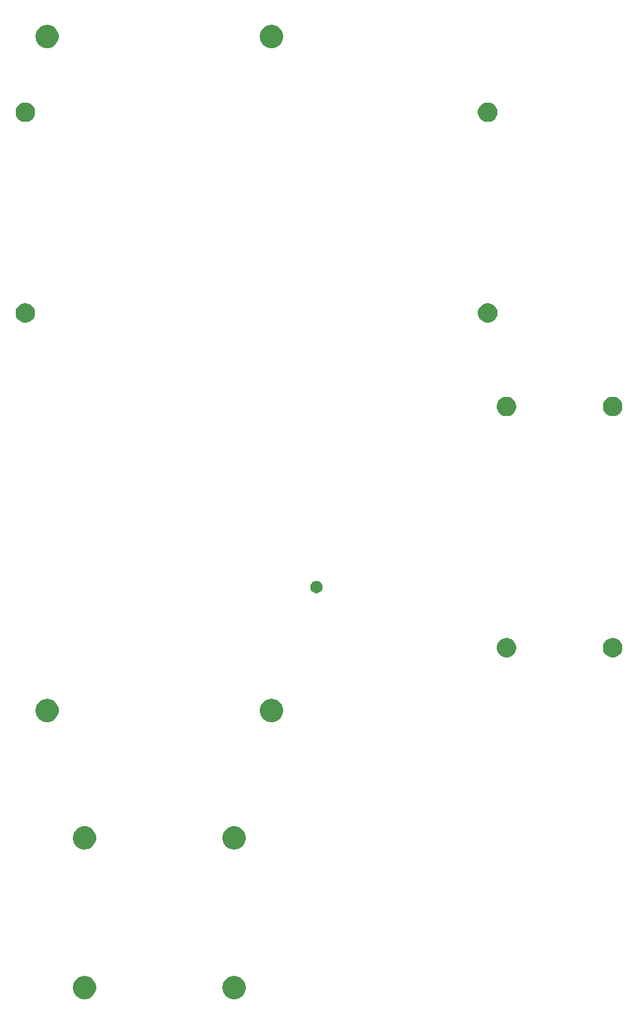
<source format=gbr>
G04 #@! TF.GenerationSoftware,KiCad,Pcbnew,(5.1.2)-1*
G04 #@! TF.CreationDate,2019-04-30T22:11:56-07:00*
G04 #@! TF.ProjectId,backplane,6261636b-706c-4616-9e65-2e6b69636164,rev?*
G04 #@! TF.SameCoordinates,Original*
G04 #@! TF.FileFunction,Soldermask,Bot*
G04 #@! TF.FilePolarity,Negative*
%FSLAX46Y46*%
G04 Gerber Fmt 4.6, Leading zero omitted, Abs format (unit mm)*
G04 Created by KiCad (PCBNEW (5.1.2)-1) date 2019-04-30 22:11:56*
%MOMM*%
%LPD*%
G04 APERTURE LIST*
%ADD10C,0.100000*%
G04 APERTURE END LIST*
D10*
G36*
X108162585Y-168958802D02*
G01*
X108312410Y-168988604D01*
X108594674Y-169105521D01*
X108848705Y-169275259D01*
X109064741Y-169491295D01*
X109234479Y-169745326D01*
X109351396Y-170027590D01*
X109411000Y-170327240D01*
X109411000Y-170632760D01*
X109351396Y-170932410D01*
X109234479Y-171214674D01*
X109064741Y-171468705D01*
X108848705Y-171684741D01*
X108594674Y-171854479D01*
X108312410Y-171971396D01*
X108162585Y-172001198D01*
X108012761Y-172031000D01*
X107707239Y-172031000D01*
X107557415Y-172001198D01*
X107407590Y-171971396D01*
X107125326Y-171854479D01*
X106871295Y-171684741D01*
X106655259Y-171468705D01*
X106485521Y-171214674D01*
X106368604Y-170932410D01*
X106309000Y-170632760D01*
X106309000Y-170327240D01*
X106368604Y-170027590D01*
X106485521Y-169745326D01*
X106655259Y-169491295D01*
X106871295Y-169275259D01*
X107125326Y-169105521D01*
X107407590Y-168988604D01*
X107557415Y-168958802D01*
X107707239Y-168929000D01*
X108012761Y-168929000D01*
X108162585Y-168958802D01*
X108162585Y-168958802D01*
G37*
G36*
X88162585Y-168958802D02*
G01*
X88312410Y-168988604D01*
X88594674Y-169105521D01*
X88848705Y-169275259D01*
X89064741Y-169491295D01*
X89234479Y-169745326D01*
X89351396Y-170027590D01*
X89411000Y-170327240D01*
X89411000Y-170632760D01*
X89351396Y-170932410D01*
X89234479Y-171214674D01*
X89064741Y-171468705D01*
X88848705Y-171684741D01*
X88594674Y-171854479D01*
X88312410Y-171971396D01*
X88162585Y-172001198D01*
X88012761Y-172031000D01*
X87707239Y-172031000D01*
X87557415Y-172001198D01*
X87407590Y-171971396D01*
X87125326Y-171854479D01*
X86871295Y-171684741D01*
X86655259Y-171468705D01*
X86485521Y-171214674D01*
X86368604Y-170932410D01*
X86309000Y-170632760D01*
X86309000Y-170327240D01*
X86368604Y-170027590D01*
X86485521Y-169745326D01*
X86655259Y-169491295D01*
X86871295Y-169275259D01*
X87125326Y-169105521D01*
X87407590Y-168988604D01*
X87557415Y-168958802D01*
X87707239Y-168929000D01*
X88012761Y-168929000D01*
X88162585Y-168958802D01*
X88162585Y-168958802D01*
G37*
G36*
X88162585Y-148958802D02*
G01*
X88312410Y-148988604D01*
X88594674Y-149105521D01*
X88848705Y-149275259D01*
X89064741Y-149491295D01*
X89234479Y-149745326D01*
X89351396Y-150027590D01*
X89411000Y-150327240D01*
X89411000Y-150632760D01*
X89351396Y-150932410D01*
X89234479Y-151214674D01*
X89064741Y-151468705D01*
X88848705Y-151684741D01*
X88594674Y-151854479D01*
X88312410Y-151971396D01*
X88162585Y-152001198D01*
X88012761Y-152031000D01*
X87707239Y-152031000D01*
X87557415Y-152001198D01*
X87407590Y-151971396D01*
X87125326Y-151854479D01*
X86871295Y-151684741D01*
X86655259Y-151468705D01*
X86485521Y-151214674D01*
X86368604Y-150932410D01*
X86309000Y-150632760D01*
X86309000Y-150327240D01*
X86368604Y-150027590D01*
X86485521Y-149745326D01*
X86655259Y-149491295D01*
X86871295Y-149275259D01*
X87125326Y-149105521D01*
X87407590Y-148988604D01*
X87557415Y-148958802D01*
X87707239Y-148929000D01*
X88012761Y-148929000D01*
X88162585Y-148958802D01*
X88162585Y-148958802D01*
G37*
G36*
X108162585Y-148958802D02*
G01*
X108312410Y-148988604D01*
X108594674Y-149105521D01*
X108848705Y-149275259D01*
X109064741Y-149491295D01*
X109234479Y-149745326D01*
X109351396Y-150027590D01*
X109411000Y-150327240D01*
X109411000Y-150632760D01*
X109351396Y-150932410D01*
X109234479Y-151214674D01*
X109064741Y-151468705D01*
X108848705Y-151684741D01*
X108594674Y-151854479D01*
X108312410Y-151971396D01*
X108162585Y-152001198D01*
X108012761Y-152031000D01*
X107707239Y-152031000D01*
X107557415Y-152001198D01*
X107407590Y-151971396D01*
X107125326Y-151854479D01*
X106871295Y-151684741D01*
X106655259Y-151468705D01*
X106485521Y-151214674D01*
X106368604Y-150932410D01*
X106309000Y-150632760D01*
X106309000Y-150327240D01*
X106368604Y-150027590D01*
X106485521Y-149745326D01*
X106655259Y-149491295D01*
X106871295Y-149275259D01*
X107125326Y-149105521D01*
X107407590Y-148988604D01*
X107557415Y-148958802D01*
X107707239Y-148929000D01*
X108012761Y-148929000D01*
X108162585Y-148958802D01*
X108162585Y-148958802D01*
G37*
G36*
X113162585Y-131958802D02*
G01*
X113312410Y-131988604D01*
X113594674Y-132105521D01*
X113848705Y-132275259D01*
X114064741Y-132491295D01*
X114234479Y-132745326D01*
X114351396Y-133027590D01*
X114411000Y-133327240D01*
X114411000Y-133632760D01*
X114351396Y-133932410D01*
X114234479Y-134214674D01*
X114064741Y-134468705D01*
X113848705Y-134684741D01*
X113594674Y-134854479D01*
X113312410Y-134971396D01*
X113162585Y-135001198D01*
X113012761Y-135031000D01*
X112707239Y-135031000D01*
X112557415Y-135001198D01*
X112407590Y-134971396D01*
X112125326Y-134854479D01*
X111871295Y-134684741D01*
X111655259Y-134468705D01*
X111485521Y-134214674D01*
X111368604Y-133932410D01*
X111309000Y-133632760D01*
X111309000Y-133327240D01*
X111368604Y-133027590D01*
X111485521Y-132745326D01*
X111655259Y-132491295D01*
X111871295Y-132275259D01*
X112125326Y-132105521D01*
X112407590Y-131988604D01*
X112557415Y-131958802D01*
X112707239Y-131929000D01*
X113012761Y-131929000D01*
X113162585Y-131958802D01*
X113162585Y-131958802D01*
G37*
G36*
X83162585Y-131958802D02*
G01*
X83312410Y-131988604D01*
X83594674Y-132105521D01*
X83848705Y-132275259D01*
X84064741Y-132491295D01*
X84234479Y-132745326D01*
X84351396Y-133027590D01*
X84411000Y-133327240D01*
X84411000Y-133632760D01*
X84351396Y-133932410D01*
X84234479Y-134214674D01*
X84064741Y-134468705D01*
X83848705Y-134684741D01*
X83594674Y-134854479D01*
X83312410Y-134971396D01*
X83162585Y-135001198D01*
X83012761Y-135031000D01*
X82707239Y-135031000D01*
X82557415Y-135001198D01*
X82407590Y-134971396D01*
X82125326Y-134854479D01*
X81871295Y-134684741D01*
X81655259Y-134468705D01*
X81485521Y-134214674D01*
X81368604Y-133932410D01*
X81309000Y-133632760D01*
X81309000Y-133327240D01*
X81368604Y-133027590D01*
X81485521Y-132745326D01*
X81655259Y-132491295D01*
X81871295Y-132275259D01*
X82125326Y-132105521D01*
X82407590Y-131988604D01*
X82557415Y-131958802D01*
X82707239Y-131929000D01*
X83012761Y-131929000D01*
X83162585Y-131958802D01*
X83162585Y-131958802D01*
G37*
G36*
X158839487Y-123828996D02*
G01*
X159076253Y-123927068D01*
X159076255Y-123927069D01*
X159289339Y-124069447D01*
X159470553Y-124250661D01*
X159612932Y-124463747D01*
X159711004Y-124700513D01*
X159761000Y-124951861D01*
X159761000Y-125208139D01*
X159711004Y-125459487D01*
X159612932Y-125696253D01*
X159612931Y-125696255D01*
X159470553Y-125909339D01*
X159289339Y-126090553D01*
X159076255Y-126232931D01*
X159076254Y-126232932D01*
X159076253Y-126232932D01*
X158839487Y-126331004D01*
X158588139Y-126381000D01*
X158331861Y-126381000D01*
X158080513Y-126331004D01*
X157843747Y-126232932D01*
X157843746Y-126232932D01*
X157843745Y-126232931D01*
X157630661Y-126090553D01*
X157449447Y-125909339D01*
X157307069Y-125696255D01*
X157307068Y-125696253D01*
X157208996Y-125459487D01*
X157159000Y-125208139D01*
X157159000Y-124951861D01*
X157208996Y-124700513D01*
X157307068Y-124463747D01*
X157449447Y-124250661D01*
X157630661Y-124069447D01*
X157843745Y-123927069D01*
X157843747Y-123927068D01*
X158080513Y-123828996D01*
X158331861Y-123779000D01*
X158588139Y-123779000D01*
X158839487Y-123828996D01*
X158839487Y-123828996D01*
G37*
G36*
X144639487Y-123828996D02*
G01*
X144876253Y-123927068D01*
X144876255Y-123927069D01*
X145089339Y-124069447D01*
X145270553Y-124250661D01*
X145412932Y-124463747D01*
X145511004Y-124700513D01*
X145561000Y-124951861D01*
X145561000Y-125208139D01*
X145511004Y-125459487D01*
X145412932Y-125696253D01*
X145412931Y-125696255D01*
X145270553Y-125909339D01*
X145089339Y-126090553D01*
X144876255Y-126232931D01*
X144876254Y-126232932D01*
X144876253Y-126232932D01*
X144639487Y-126331004D01*
X144388139Y-126381000D01*
X144131861Y-126381000D01*
X143880513Y-126331004D01*
X143643747Y-126232932D01*
X143643746Y-126232932D01*
X143643745Y-126232931D01*
X143430661Y-126090553D01*
X143249447Y-125909339D01*
X143107069Y-125696255D01*
X143107068Y-125696253D01*
X143008996Y-125459487D01*
X142959000Y-125208139D01*
X142959000Y-124951861D01*
X143008996Y-124700513D01*
X143107068Y-124463747D01*
X143249447Y-124250661D01*
X143430661Y-124069447D01*
X143643745Y-123927069D01*
X143643747Y-123927068D01*
X143880513Y-123828996D01*
X144131861Y-123779000D01*
X144388139Y-123779000D01*
X144639487Y-123828996D01*
X144639487Y-123828996D01*
G37*
G36*
X119097142Y-116215552D02*
G01*
X119245101Y-116276839D01*
X119378255Y-116365809D01*
X119491501Y-116479055D01*
X119580471Y-116612209D01*
X119641758Y-116760168D01*
X119673000Y-116917235D01*
X119673000Y-117077385D01*
X119641758Y-117234452D01*
X119580471Y-117382411D01*
X119491501Y-117515565D01*
X119378255Y-117628811D01*
X119245101Y-117717781D01*
X119097142Y-117779068D01*
X118940075Y-117810310D01*
X118779925Y-117810310D01*
X118622858Y-117779068D01*
X118474899Y-117717781D01*
X118341745Y-117628811D01*
X118228499Y-117515565D01*
X118139529Y-117382411D01*
X118078242Y-117234452D01*
X118047000Y-117077385D01*
X118047000Y-116917235D01*
X118078242Y-116760168D01*
X118139529Y-116612209D01*
X118228499Y-116479055D01*
X118341745Y-116365809D01*
X118474899Y-116276839D01*
X118622858Y-116215552D01*
X118779925Y-116184310D01*
X118940075Y-116184310D01*
X119097142Y-116215552D01*
X119097142Y-116215552D01*
G37*
G36*
X158839487Y-91628996D02*
G01*
X159076253Y-91727068D01*
X159076255Y-91727069D01*
X159289339Y-91869447D01*
X159470553Y-92050661D01*
X159612932Y-92263747D01*
X159711004Y-92500513D01*
X159761000Y-92751861D01*
X159761000Y-93008139D01*
X159711004Y-93259487D01*
X159612932Y-93496253D01*
X159612931Y-93496255D01*
X159470553Y-93709339D01*
X159289339Y-93890553D01*
X159076255Y-94032931D01*
X159076254Y-94032932D01*
X159076253Y-94032932D01*
X158839487Y-94131004D01*
X158588139Y-94181000D01*
X158331861Y-94181000D01*
X158080513Y-94131004D01*
X157843747Y-94032932D01*
X157843746Y-94032932D01*
X157843745Y-94032931D01*
X157630661Y-93890553D01*
X157449447Y-93709339D01*
X157307069Y-93496255D01*
X157307068Y-93496253D01*
X157208996Y-93259487D01*
X157159000Y-93008139D01*
X157159000Y-92751861D01*
X157208996Y-92500513D01*
X157307068Y-92263747D01*
X157449447Y-92050661D01*
X157630661Y-91869447D01*
X157843745Y-91727069D01*
X157843747Y-91727068D01*
X158080513Y-91628996D01*
X158331861Y-91579000D01*
X158588139Y-91579000D01*
X158839487Y-91628996D01*
X158839487Y-91628996D01*
G37*
G36*
X144639487Y-91628996D02*
G01*
X144876253Y-91727068D01*
X144876255Y-91727069D01*
X145089339Y-91869447D01*
X145270553Y-92050661D01*
X145412932Y-92263747D01*
X145511004Y-92500513D01*
X145561000Y-92751861D01*
X145561000Y-93008139D01*
X145511004Y-93259487D01*
X145412932Y-93496253D01*
X145412931Y-93496255D01*
X145270553Y-93709339D01*
X145089339Y-93890553D01*
X144876255Y-94032931D01*
X144876254Y-94032932D01*
X144876253Y-94032932D01*
X144639487Y-94131004D01*
X144388139Y-94181000D01*
X144131861Y-94181000D01*
X143880513Y-94131004D01*
X143643747Y-94032932D01*
X143643746Y-94032932D01*
X143643745Y-94032931D01*
X143430661Y-93890553D01*
X143249447Y-93709339D01*
X143107069Y-93496255D01*
X143107068Y-93496253D01*
X143008996Y-93259487D01*
X142959000Y-93008139D01*
X142959000Y-92751861D01*
X143008996Y-92500513D01*
X143107068Y-92263747D01*
X143249447Y-92050661D01*
X143430661Y-91869447D01*
X143643745Y-91727069D01*
X143643747Y-91727068D01*
X143880513Y-91628996D01*
X144131861Y-91579000D01*
X144388139Y-91579000D01*
X144639487Y-91628996D01*
X144639487Y-91628996D01*
G37*
G36*
X80339487Y-79128996D02*
G01*
X80576253Y-79227068D01*
X80576255Y-79227069D01*
X80789339Y-79369447D01*
X80970553Y-79550661D01*
X81112932Y-79763747D01*
X81211004Y-80000513D01*
X81261000Y-80251861D01*
X81261000Y-80508139D01*
X81211004Y-80759487D01*
X81112932Y-80996253D01*
X81112931Y-80996255D01*
X80970553Y-81209339D01*
X80789339Y-81390553D01*
X80576255Y-81532931D01*
X80576254Y-81532932D01*
X80576253Y-81532932D01*
X80339487Y-81631004D01*
X80088139Y-81681000D01*
X79831861Y-81681000D01*
X79580513Y-81631004D01*
X79343747Y-81532932D01*
X79343746Y-81532932D01*
X79343745Y-81532931D01*
X79130661Y-81390553D01*
X78949447Y-81209339D01*
X78807069Y-80996255D01*
X78807068Y-80996253D01*
X78708996Y-80759487D01*
X78659000Y-80508139D01*
X78659000Y-80251861D01*
X78708996Y-80000513D01*
X78807068Y-79763747D01*
X78949447Y-79550661D01*
X79130661Y-79369447D01*
X79343745Y-79227069D01*
X79343747Y-79227068D01*
X79580513Y-79128996D01*
X79831861Y-79079000D01*
X80088139Y-79079000D01*
X80339487Y-79128996D01*
X80339487Y-79128996D01*
G37*
G36*
X142139487Y-79128996D02*
G01*
X142376253Y-79227068D01*
X142376255Y-79227069D01*
X142589339Y-79369447D01*
X142770553Y-79550661D01*
X142912932Y-79763747D01*
X143011004Y-80000513D01*
X143061000Y-80251861D01*
X143061000Y-80508139D01*
X143011004Y-80759487D01*
X142912932Y-80996253D01*
X142912931Y-80996255D01*
X142770553Y-81209339D01*
X142589339Y-81390553D01*
X142376255Y-81532931D01*
X142376254Y-81532932D01*
X142376253Y-81532932D01*
X142139487Y-81631004D01*
X141888139Y-81681000D01*
X141631861Y-81681000D01*
X141380513Y-81631004D01*
X141143747Y-81532932D01*
X141143746Y-81532932D01*
X141143745Y-81532931D01*
X140930661Y-81390553D01*
X140749447Y-81209339D01*
X140607069Y-80996255D01*
X140607068Y-80996253D01*
X140508996Y-80759487D01*
X140459000Y-80508139D01*
X140459000Y-80251861D01*
X140508996Y-80000513D01*
X140607068Y-79763747D01*
X140749447Y-79550661D01*
X140930661Y-79369447D01*
X141143745Y-79227069D01*
X141143747Y-79227068D01*
X141380513Y-79128996D01*
X141631861Y-79079000D01*
X141888139Y-79079000D01*
X142139487Y-79128996D01*
X142139487Y-79128996D01*
G37*
G36*
X142139487Y-52328996D02*
G01*
X142376253Y-52427068D01*
X142376255Y-52427069D01*
X142589339Y-52569447D01*
X142770553Y-52750661D01*
X142912932Y-52963747D01*
X143011004Y-53200513D01*
X143061000Y-53451861D01*
X143061000Y-53708139D01*
X143011004Y-53959487D01*
X142912932Y-54196253D01*
X142912931Y-54196255D01*
X142770553Y-54409339D01*
X142589339Y-54590553D01*
X142376255Y-54732931D01*
X142376254Y-54732932D01*
X142376253Y-54732932D01*
X142139487Y-54831004D01*
X141888139Y-54881000D01*
X141631861Y-54881000D01*
X141380513Y-54831004D01*
X141143747Y-54732932D01*
X141143746Y-54732932D01*
X141143745Y-54732931D01*
X140930661Y-54590553D01*
X140749447Y-54409339D01*
X140607069Y-54196255D01*
X140607068Y-54196253D01*
X140508996Y-53959487D01*
X140459000Y-53708139D01*
X140459000Y-53451861D01*
X140508996Y-53200513D01*
X140607068Y-52963747D01*
X140749447Y-52750661D01*
X140930661Y-52569447D01*
X141143745Y-52427069D01*
X141143747Y-52427068D01*
X141380513Y-52328996D01*
X141631861Y-52279000D01*
X141888139Y-52279000D01*
X142139487Y-52328996D01*
X142139487Y-52328996D01*
G37*
G36*
X80339487Y-52328996D02*
G01*
X80576253Y-52427068D01*
X80576255Y-52427069D01*
X80789339Y-52569447D01*
X80970553Y-52750661D01*
X81112932Y-52963747D01*
X81211004Y-53200513D01*
X81261000Y-53451861D01*
X81261000Y-53708139D01*
X81211004Y-53959487D01*
X81112932Y-54196253D01*
X81112931Y-54196255D01*
X80970553Y-54409339D01*
X80789339Y-54590553D01*
X80576255Y-54732931D01*
X80576254Y-54732932D01*
X80576253Y-54732932D01*
X80339487Y-54831004D01*
X80088139Y-54881000D01*
X79831861Y-54881000D01*
X79580513Y-54831004D01*
X79343747Y-54732932D01*
X79343746Y-54732932D01*
X79343745Y-54732931D01*
X79130661Y-54590553D01*
X78949447Y-54409339D01*
X78807069Y-54196255D01*
X78807068Y-54196253D01*
X78708996Y-53959487D01*
X78659000Y-53708139D01*
X78659000Y-53451861D01*
X78708996Y-53200513D01*
X78807068Y-52963747D01*
X78949447Y-52750661D01*
X79130661Y-52569447D01*
X79343745Y-52427069D01*
X79343747Y-52427068D01*
X79580513Y-52328996D01*
X79831861Y-52279000D01*
X80088139Y-52279000D01*
X80339487Y-52328996D01*
X80339487Y-52328996D01*
G37*
G36*
X113162585Y-41958802D02*
G01*
X113312410Y-41988604D01*
X113594674Y-42105521D01*
X113848705Y-42275259D01*
X114064741Y-42491295D01*
X114234479Y-42745326D01*
X114351396Y-43027590D01*
X114411000Y-43327240D01*
X114411000Y-43632760D01*
X114351396Y-43932410D01*
X114234479Y-44214674D01*
X114064741Y-44468705D01*
X113848705Y-44684741D01*
X113594674Y-44854479D01*
X113312410Y-44971396D01*
X113162585Y-45001198D01*
X113012761Y-45031000D01*
X112707239Y-45031000D01*
X112557415Y-45001198D01*
X112407590Y-44971396D01*
X112125326Y-44854479D01*
X111871295Y-44684741D01*
X111655259Y-44468705D01*
X111485521Y-44214674D01*
X111368604Y-43932410D01*
X111309000Y-43632760D01*
X111309000Y-43327240D01*
X111368604Y-43027590D01*
X111485521Y-42745326D01*
X111655259Y-42491295D01*
X111871295Y-42275259D01*
X112125326Y-42105521D01*
X112407590Y-41988604D01*
X112557415Y-41958802D01*
X112707239Y-41929000D01*
X113012761Y-41929000D01*
X113162585Y-41958802D01*
X113162585Y-41958802D01*
G37*
G36*
X83162585Y-41958802D02*
G01*
X83312410Y-41988604D01*
X83594674Y-42105521D01*
X83848705Y-42275259D01*
X84064741Y-42491295D01*
X84234479Y-42745326D01*
X84351396Y-43027590D01*
X84411000Y-43327240D01*
X84411000Y-43632760D01*
X84351396Y-43932410D01*
X84234479Y-44214674D01*
X84064741Y-44468705D01*
X83848705Y-44684741D01*
X83594674Y-44854479D01*
X83312410Y-44971396D01*
X83162585Y-45001198D01*
X83012761Y-45031000D01*
X82707239Y-45031000D01*
X82557415Y-45001198D01*
X82407590Y-44971396D01*
X82125326Y-44854479D01*
X81871295Y-44684741D01*
X81655259Y-44468705D01*
X81485521Y-44214674D01*
X81368604Y-43932410D01*
X81309000Y-43632760D01*
X81309000Y-43327240D01*
X81368604Y-43027590D01*
X81485521Y-42745326D01*
X81655259Y-42491295D01*
X81871295Y-42275259D01*
X82125326Y-42105521D01*
X82407590Y-41988604D01*
X82557415Y-41958802D01*
X82707239Y-41929000D01*
X83012761Y-41929000D01*
X83162585Y-41958802D01*
X83162585Y-41958802D01*
G37*
M02*

</source>
